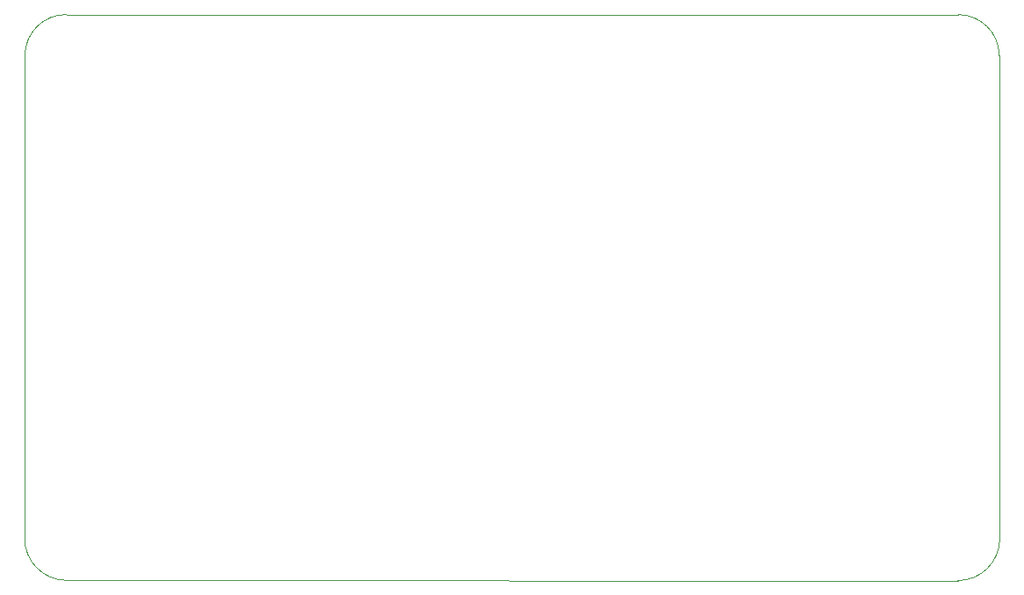
<source format=gm1>
G04 #@! TF.GenerationSoftware,KiCad,Pcbnew,(6.0.7)*
G04 #@! TF.CreationDate,2023-03-20T22:05:17-05:00*
G04 #@! TF.ProjectId,EquipmentServicingPanel_Hardware_2023_Rev1,45717569-706d-4656-9e74-536572766963,rev?*
G04 #@! TF.SameCoordinates,Original*
G04 #@! TF.FileFunction,Profile,NP*
%FSLAX46Y46*%
G04 Gerber Fmt 4.6, Leading zero omitted, Abs format (unit mm)*
G04 Created by KiCad (PCBNEW (6.0.7)) date 2023-03-20 22:05:17*
%MOMM*%
%LPD*%
G01*
G04 APERTURE LIST*
G04 #@! TA.AperFunction,Profile*
%ADD10C,0.050000*%
G04 #@! TD*
G04 APERTURE END LIST*
D10*
X176301400Y-146050000D02*
G75*
G03*
X180340000Y-142011400I0J4038600D01*
G01*
X86334600Y-141986000D02*
X86360001Y-95351608D01*
X176301400Y-146050000D02*
X90373200Y-146024600D01*
X86334600Y-141986000D02*
G75*
G03*
X90373200Y-146024600I4038600J0D01*
G01*
X90372557Y-91439992D02*
G75*
G03*
X86360001Y-95351608I-50157J-3962408D01*
G01*
X180289200Y-95402400D02*
X180340000Y-142011400D01*
X180289200Y-95402400D02*
G75*
G03*
X176326800Y-91440000I-3962400J0D01*
G01*
X90372557Y-91440000D02*
X176326800Y-91440000D01*
M02*

</source>
